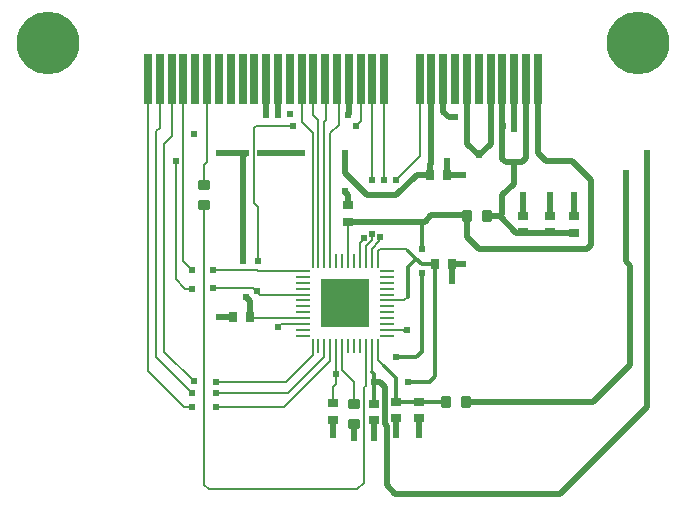
<source format=gtl>
G04*
G04 #@! TF.GenerationSoftware,Altium Limited,Altium Designer,22.7.1 (60)*
G04*
G04 Layer_Physical_Order=1*
G04 Layer_Color=255*
%FSLAX25Y25*%
%MOIN*%
G70*
G04*
G04 #@! TF.SameCoordinates,AD343771-C5E9-4EEF-B234-C8D92CA984D8*
G04*
G04*
G04 #@! TF.FilePolarity,Positive*
G04*
G01*
G75*
%ADD14C,0.01200*%
%ADD15C,0.00800*%
%ADD17O,0.04724X0.00984*%
%ADD18O,0.00984X0.04724*%
%ADD19R,0.16142X0.16142*%
%ADD20R,0.03740X0.02953*%
%ADD21R,0.02953X0.03740*%
G04:AMPARAMS|DCode=22|XSize=39.37mil|YSize=35.43mil|CornerRadius=4.43mil|HoleSize=0mil|Usage=FLASHONLY|Rotation=0.000|XOffset=0mil|YOffset=0mil|HoleType=Round|Shape=RoundedRectangle|*
%AMROUNDEDRECTD22*
21,1,0.03937,0.02657,0,0,0.0*
21,1,0.03051,0.03543,0,0,0.0*
1,1,0.00886,0.01526,-0.01329*
1,1,0.00886,-0.01526,-0.01329*
1,1,0.00886,-0.01526,0.01329*
1,1,0.00886,0.01526,0.01329*
%
%ADD22ROUNDEDRECTD22*%
G04:AMPARAMS|DCode=23|XSize=39.37mil|YSize=35.43mil|CornerRadius=4.43mil|HoleSize=0mil|Usage=FLASHONLY|Rotation=270.000|XOffset=0mil|YOffset=0mil|HoleType=Round|Shape=RoundedRectangle|*
%AMROUNDEDRECTD23*
21,1,0.03937,0.02657,0,0,270.0*
21,1,0.03051,0.03543,0,0,270.0*
1,1,0.00886,-0.01329,-0.01526*
1,1,0.00886,-0.01329,0.01526*
1,1,0.00886,0.01329,0.01526*
1,1,0.00886,0.01329,-0.01526*
%
%ADD23ROUNDEDRECTD23*%
%ADD37R,0.02756X0.16535*%
%ADD38R,0.02756X0.16535*%
%ADD39C,0.00600*%
%ADD40C,0.02000*%
%ADD41C,0.20866*%
%ADD42C,0.01400*%
%ADD43C,0.02400*%
D14*
X449772Y318228D02*
X451500Y316500D01*
X447000Y321000D02*
X449772Y318228D01*
X447000Y305665D02*
Y315457D01*
X449772Y318228D01*
X451500Y287228D02*
Y313500D01*
X456004Y279138D02*
Y316500D01*
X454166Y277301D02*
X456004Y279138D01*
X449772Y285500D02*
X451500Y287228D01*
Y321500D02*
Y330130D01*
X450886Y330744D02*
X451500Y330130D01*
X443000Y285500D02*
X449772D01*
X435719Y277301D02*
Y279918D01*
Y269973D02*
Y277301D01*
X447000D02*
X454166D01*
X450500Y270756D02*
X459654D01*
X443000D02*
X450500D01*
X439000Y282500D02*
X443000Y278500D01*
Y270756D02*
Y278500D01*
X435138Y280500D02*
X435719Y279918D01*
X451500Y316500D02*
X456004D01*
D15*
X440075Y304484D02*
X445819D01*
X447000Y305665D01*
X423047Y279918D02*
Y289425D01*
Y276547D02*
Y279918D01*
X380020Y350520D02*
Y378454D01*
X379000Y349500D02*
X380020Y350520D01*
X435138Y344772D02*
Y378454D01*
X439000Y344772D02*
Y378380D01*
X439075Y378454D01*
X450886Y352657D02*
Y378454D01*
X443000Y344772D02*
X450886Y352657D01*
X364272Y362089D02*
Y378454D01*
X363000Y360817D02*
X364272Y362089D01*
X363000Y285500D02*
Y360817D01*
X365772Y356720D02*
X368209Y359157D01*
Y378454D01*
X365772Y287228D02*
Y356720D01*
Y287228D02*
X375500Y277500D01*
X363000Y285500D02*
X375000Y273500D01*
X360335Y281084D02*
X372418Y269000D01*
X360335Y281084D02*
Y378454D01*
X369500Y311721D02*
Y350847D01*
Y311721D02*
X372800Y308421D01*
X375000D01*
X372146Y317492D02*
Y378454D01*
Y317492D02*
X375138Y314500D01*
X379000Y243000D02*
Y336141D01*
X380526Y335175D01*
X379000Y243000D02*
X380500Y241500D01*
X411516Y364106D02*
Y378454D01*
X415173Y317575D02*
Y360449D01*
X411516Y364106D02*
X415173Y360449D01*
X415453Y366335D02*
Y378454D01*
X417142Y317575D02*
Y364646D01*
X415453Y366335D02*
X417142Y364646D01*
X419390Y378454D02*
X419504Y378340D01*
Y364500D02*
Y378340D01*
X419110Y317575D02*
Y364106D01*
X419504Y364500D01*
X421079Y360244D02*
X423835Y363000D01*
X421079Y317575D02*
Y360244D01*
X423835Y363000D02*
Y377946D01*
X423327Y378454D02*
X423835Y377946D01*
X379000Y342834D02*
Y349500D01*
X372418Y269000D02*
X375000D01*
X380500Y241500D02*
X430000D01*
X432278Y243778D01*
Y275500D01*
X432890Y276112D02*
Y289425D01*
X432278Y275500D02*
X432890Y276112D01*
X425016Y281238D02*
X428953Y277301D01*
Y269847D02*
Y277301D01*
X425016Y281238D02*
Y289425D01*
X436827Y284673D02*
Y289425D01*
Y284673D02*
X439000Y282500D01*
X434858Y280780D02*
Y289425D01*
Y280780D02*
X435138Y280500D01*
X445598Y294402D02*
X446260D01*
X445358Y294642D02*
X445598Y294402D01*
X446260D02*
X446500Y294642D01*
X440075D02*
X445358D01*
X404752Y296610D02*
X411925D01*
X403642Y295500D02*
X404752Y296610D01*
X422000Y270256D02*
Y275500D01*
X423047Y276547D01*
X394677Y298579D02*
X411925D01*
X436827Y317575D02*
Y320827D01*
X437500Y321500D02*
X446500D01*
X436827Y320827D02*
X437500Y321500D01*
X426984Y317575D02*
Y330728D01*
X446500Y321500D02*
X447000Y321000D01*
X426984Y330728D02*
X427000Y330744D01*
D17*
X440075Y292673D02*
D03*
Y294642D02*
D03*
Y296610D02*
D03*
Y298579D02*
D03*
Y300547D02*
D03*
Y302516D02*
D03*
Y304484D02*
D03*
Y306453D02*
D03*
Y308421D02*
D03*
Y310390D02*
D03*
Y312358D02*
D03*
Y314327D02*
D03*
X411925D02*
D03*
Y312358D02*
D03*
Y310390D02*
D03*
Y308421D02*
D03*
Y306453D02*
D03*
Y304484D02*
D03*
Y302516D02*
D03*
Y300547D02*
D03*
Y298579D02*
D03*
Y296610D02*
D03*
Y294642D02*
D03*
Y292673D02*
D03*
D18*
X436827Y317575D02*
D03*
X434858D02*
D03*
X432890D02*
D03*
X430921D02*
D03*
X428953D02*
D03*
X426984D02*
D03*
X425016D02*
D03*
X423047D02*
D03*
X421079D02*
D03*
X419110D02*
D03*
X417142D02*
D03*
X415173D02*
D03*
Y289425D02*
D03*
X417142D02*
D03*
X419110D02*
D03*
X421079D02*
D03*
X423047D02*
D03*
X425016D02*
D03*
X426984D02*
D03*
X428953D02*
D03*
X430921D02*
D03*
X432890D02*
D03*
X434858D02*
D03*
X436827D02*
D03*
D19*
X426000Y303500D02*
D03*
D20*
X502319Y332500D02*
D03*
Y326988D02*
D03*
X494319Y332756D02*
D03*
Y327244D02*
D03*
X485319Y332756D02*
D03*
Y327244D02*
D03*
X450500Y265244D02*
D03*
Y270756D02*
D03*
X443000Y265244D02*
D03*
Y270756D02*
D03*
X427000Y330744D02*
D03*
Y336256D02*
D03*
X422000Y270256D02*
D03*
Y264744D02*
D03*
X435719Y264462D02*
D03*
Y269973D02*
D03*
D21*
X454365Y346296D02*
D03*
X459877D02*
D03*
X461516Y316500D02*
D03*
X456004D02*
D03*
X388744Y299000D02*
D03*
X394256D02*
D03*
D22*
X379000Y342834D02*
D03*
Y336141D02*
D03*
X428953Y269847D02*
D03*
Y263154D02*
D03*
D23*
X466347Y270756D02*
D03*
X459654D02*
D03*
X466653Y332500D02*
D03*
X473347D02*
D03*
D37*
X380020Y378454D02*
D03*
X387894D02*
D03*
X399705D02*
D03*
X372146D02*
D03*
X391831D02*
D03*
X383957D02*
D03*
X376083D02*
D03*
X368209D02*
D03*
X395768D02*
D03*
X411516D02*
D03*
X407579D02*
D03*
X403642D02*
D03*
X360335D02*
D03*
X490256D02*
D03*
X486319D02*
D03*
X458760D02*
D03*
X470571D02*
D03*
X482382D02*
D03*
X462697D02*
D03*
X478445D02*
D03*
X474508D02*
D03*
X466634D02*
D03*
X454823D02*
D03*
X450886D02*
D03*
X435138D02*
D03*
X415453D02*
D03*
X431201D02*
D03*
X423327D02*
D03*
X427264D02*
D03*
X439075D02*
D03*
D38*
X364272D02*
D03*
X419390D02*
D03*
D39*
X395536Y361857D02*
X396187Y362508D01*
X408500D01*
X395536Y337109D02*
X396910Y335735D01*
X395536Y337109D02*
Y361857D01*
X396910Y317575D02*
Y335735D01*
X405606Y268862D02*
X421079Y284335D01*
Y289425D01*
X382000Y308500D02*
X395192D01*
X396192Y307500D01*
X396679D01*
Y307510D02*
X397736Y306453D01*
X382000Y314500D02*
X382058Y314558D01*
X396910Y314327D02*
X411925D01*
X382058Y314558D02*
X396679D01*
X396910Y314327D01*
X397736Y306453D02*
X411925D01*
X383000Y277301D02*
X406311D01*
X415173Y286163D01*
X383000Y268862D02*
X405606D01*
X429500Y362500D02*
X431201Y364201D01*
Y378454D01*
X407000Y273500D02*
X419110Y285610D01*
Y289425D01*
X383000Y273500D02*
X407000D01*
X415173Y286163D02*
Y289425D01*
X437480Y324205D02*
Y325295D01*
X437820Y325635D01*
X434858Y321583D02*
X437480Y324205D01*
X434858Y317575D02*
Y321583D01*
X430921Y323555D02*
X432278Y324911D01*
X432890Y322669D02*
X434887Y324666D01*
X432278Y324911D02*
Y325168D01*
X434887Y324666D02*
Y326719D01*
X434934Y326766D01*
X430921Y317575D02*
Y323555D01*
X432890Y317575D02*
Y322669D01*
D40*
X397736Y353744D02*
X411516D01*
X470571Y352815D02*
X474508Y356752D01*
Y378454D01*
X519500Y317510D02*
Y346859D01*
X520892Y282892D02*
Y316118D01*
X508756Y270756D02*
X520892Y282892D01*
X519500Y317510D02*
X520892Y316118D01*
X460638Y365500D02*
X462500D01*
X458760Y367378D02*
X460638Y365500D01*
X458760Y367378D02*
Y378454D01*
X427000Y366335D02*
X427264Y366599D01*
Y378454D01*
X399500Y366335D02*
Y366500D01*
X399705Y366705D02*
Y378454D01*
X399500Y366500D02*
X399705Y366705D01*
X403642Y366335D02*
Y378454D01*
X490256Y353744D02*
X493000Y351000D01*
X490256Y353744D02*
Y378454D01*
X482343Y361539D02*
Y378415D01*
X483012Y326988D02*
X501925D01*
X484992Y350520D02*
X486319Y351847D01*
X482304Y361500D02*
X482343Y361539D01*
X478445Y351691D02*
Y378454D01*
X501437Y326500D02*
X501925Y326988D01*
X486319Y351847D02*
Y378454D01*
X482304Y350520D02*
X484992D01*
X482343Y378415D02*
X482382Y378454D01*
X426000Y340484D02*
X426984Y339500D01*
X426000Y340484D02*
Y341000D01*
X426984Y336272D02*
Y339500D01*
Y336272D02*
X427000Y336256D01*
X450886Y330744D02*
X452579D01*
X427000D02*
X450886D01*
X391831Y317500D02*
Y352466D01*
X393000Y353636D01*
Y353744D01*
X394256Y299000D02*
Y304410D01*
X393000Y305665D02*
X394256Y304410D01*
Y299000D02*
X394677Y298579D01*
X383957Y353744D02*
X393000D01*
X426000Y346859D02*
Y353744D01*
Y346859D02*
X433372Y339487D01*
X449889Y346296D02*
X454365D01*
X443081Y339487D02*
X449889Y346296D01*
X433372Y339487D02*
X443081D01*
X435719Y277301D02*
X437558D01*
X439290Y275569D01*
Y263204D02*
X439828Y262665D01*
Y242950D02*
Y262665D01*
Y242950D02*
X442778Y240000D01*
X439290Y263204D02*
Y275569D01*
X442778Y240000D02*
X497500D01*
X526500Y269000D02*
Y353744D01*
X497500Y240000D02*
X526500Y269000D01*
X466347Y270756D02*
X508756D01*
X454823Y356000D02*
Y378454D01*
Y350157D02*
Y356000D01*
X459877Y346296D02*
Y350847D01*
X466634Y356752D02*
Y378454D01*
Y356752D02*
X470571Y352815D01*
X459877Y346296D02*
X465362D01*
X466653Y325501D02*
X470571Y321583D01*
X461516Y316500D02*
X465362D01*
X454823Y332988D02*
X466165D01*
X466653Y325501D02*
Y332500D01*
X466165Y332988D02*
X466653Y332500D01*
X452579Y330744D02*
X454823Y332988D01*
X473347Y332500D02*
X477500D01*
X478445Y333445D02*
Y339500D01*
X477500Y332500D02*
X478445Y333445D01*
X477500Y332500D02*
X483012Y326988D01*
X479616Y350520D02*
X482304D01*
Y343359D02*
Y350520D01*
X478445Y339500D02*
X482304Y343359D01*
X478445Y351691D02*
X479616Y350520D01*
X493000Y351000D02*
X501772D01*
X508000Y344772D01*
Y323000D02*
Y344772D01*
X470571Y321583D02*
X506583D01*
X508000Y323000D01*
X501925Y326988D02*
X502319D01*
Y332500D02*
Y339500D01*
X494319Y332756D02*
Y339500D01*
X485319Y332756D02*
Y339500D01*
X461516Y311000D02*
Y316500D01*
X454166Y346495D02*
Y349500D01*
Y346495D02*
X454365Y346296D01*
X454166Y349500D02*
X454823Y350157D01*
X450500Y259500D02*
Y265244D01*
X443000Y259500D02*
Y265244D01*
X435719Y258500D02*
Y264462D01*
X428953Y258488D02*
Y263154D01*
X422000Y259500D02*
Y264744D01*
X384032Y299000D02*
X388744D01*
D41*
X326870Y390265D02*
D03*
X523721D02*
D03*
D42*
X332683Y384452D02*
D03*
X335091Y390265D02*
D03*
X332683Y396078D02*
D03*
X326870Y398486D02*
D03*
D03*
X321057Y396078D02*
D03*
X318649Y390265D02*
D03*
X321057Y384452D02*
D03*
X326870Y382045D02*
D03*
X529533Y384452D02*
D03*
X531941Y390265D02*
D03*
X529533Y396078D02*
D03*
X523721Y398486D02*
D03*
D03*
X517907Y396078D02*
D03*
X515500Y390265D02*
D03*
X517907Y384452D02*
D03*
X523721Y382045D02*
D03*
D43*
X397736Y353744D02*
D03*
X519500Y346859D02*
D03*
X426000Y341000D02*
D03*
X383000Y273500D02*
D03*
X437820Y325635D02*
D03*
X434934Y326766D02*
D03*
X485319Y339500D02*
D03*
X375000Y273500D02*
D03*
X382000Y314500D02*
D03*
X375500Y277500D02*
D03*
X383000Y268862D02*
D03*
X375000Y269000D02*
D03*
X451500Y313500D02*
D03*
X396679Y307500D02*
D03*
X465362Y316500D02*
D03*
X383000Y277301D02*
D03*
X494319Y339500D02*
D03*
X447000Y277301D02*
D03*
X465362Y346296D02*
D03*
X502319Y339500D02*
D03*
X383957Y353744D02*
D03*
X462500Y365500D02*
D03*
X375138Y314500D02*
D03*
X446500Y294642D02*
D03*
X391831Y317500D02*
D03*
X403642Y295500D02*
D03*
X435719Y277301D02*
D03*
X432278Y325168D02*
D03*
X393000Y353744D02*
D03*
X375499Y360000D02*
D03*
X439000Y344772D02*
D03*
X435138D02*
D03*
X369500Y350847D02*
D03*
X407500Y366500D02*
D03*
X451500Y321500D02*
D03*
X396910Y317575D02*
D03*
X382000Y308500D02*
D03*
X399500Y366335D02*
D03*
X443000Y344772D02*
D03*
X403642Y366335D02*
D03*
X375000Y308421D02*
D03*
X429500Y362500D02*
D03*
X426000Y353744D02*
D03*
X443000Y285500D02*
D03*
X411516Y353744D02*
D03*
X408500Y362508D02*
D03*
X393000Y305665D02*
D03*
X470571Y352815D02*
D03*
X526500Y353744D02*
D03*
X454823Y356000D02*
D03*
X427000Y366335D02*
D03*
X478500Y362500D02*
D03*
X423047Y279918D02*
D03*
X450500Y259500D02*
D03*
X482304Y361500D02*
D03*
X384032Y299000D02*
D03*
X422000Y259500D02*
D03*
X428953Y258488D02*
D03*
X435719Y258500D02*
D03*
X443000Y259500D02*
D03*
X459877Y350847D02*
D03*
X461516Y311000D02*
D03*
X432496Y297004D02*
D03*
X428165D02*
D03*
X423835D02*
D03*
X419504D02*
D03*
X432496Y301335D02*
D03*
X428165D02*
D03*
X423835D02*
D03*
X419504D02*
D03*
X432496Y305665D02*
D03*
X428165D02*
D03*
X423835D02*
D03*
X419504D02*
D03*
X432496Y309996D02*
D03*
X428165D02*
D03*
X423835D02*
D03*
X419504D02*
D03*
M02*

</source>
